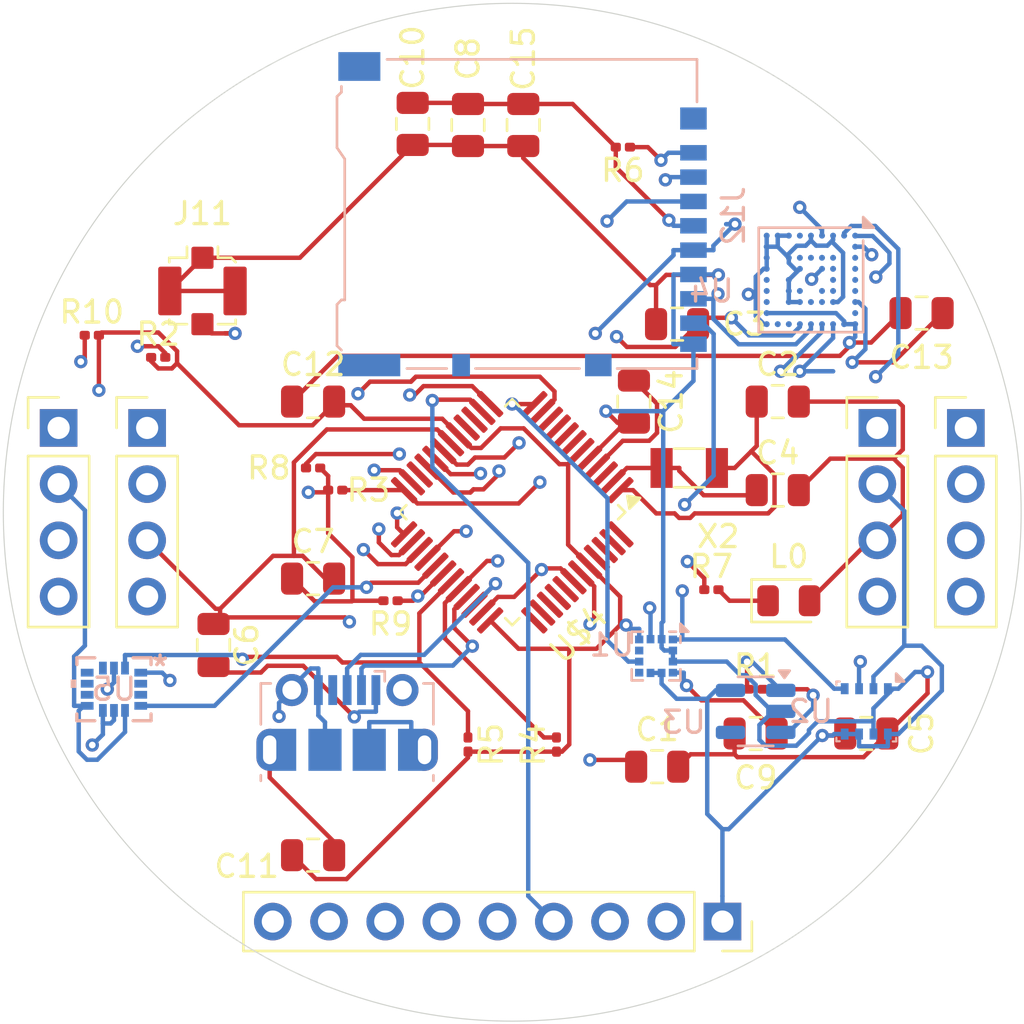
<source format=kicad_pcb>
(kicad_pcb (version 20241229) (generator "pcbnew") (generator_version "9.0")
  (layers (0 "F.Cu" signal) (4 "In1.Cu" signal) (6 "In2.Cu" signal) (2 "B.Cu" signal) (13 "F.Paste" user) (15 "B.Paste" user) (5 "F.SilkS" user "F.Silkscreen") (7 "B.SilkS" user "B.Silkscreen") (1 "F.Mask" user) (3 "B.Mask" user) (25 "Edge.Cuts" user))
  (net 0 "")
  (net 1 "Net-(U$4-VDDCORE)")
  (net 2 "GND")
  (net 3 "Net-(U$4-PA00{slash}EINT0{slash}SERCOM1.0)")
  (net 4 "Net-(U4-~{RESET})")
  (net 5 "Net-(U$4-PA01{slash}EINT1{slash}SERCOM1.1)")
  (net 6 "+3V3")
  (net 7 "VBUS")
  (net 8 "Net-(U1-C1)")
  (net 9 "Net-(U4-V_BCKP)")
  (net 10 "Net-(U4-V_CORE)")
  (net 11 "/AREF")
  (net 12 "/D-")
  (net 14 "/D+")
  (net 15 "/MISO")
  (net 16 "/D4")
  (net 17 "/SCK")
  (net 18 "/D3")
  (net 20 "/MOSI")
  (net 21 "/D8")
  (net 22 "/D10")
  (net 23 "/D12")
  (net 24 "/D2")
  (net 25 "/D11")
  (net 26 "Net-(L0-Pad1)")
  (net 27 "/EN")
  (net 28 "/D5")
  (net 29 "/SCL")
  (net 30 "/SDA")
  (net 31 "Net-(J12-DAT2)")
  (net 32 "/D13")
  (net 33 "Net-(J12-DAT1)")
  (net 34 "/D7")
  (net 35 "/A0")
  (net 36 "/A1")
  (net 37 "/D9")
  (net 38 "/D1")
  (net 39 "/SWDIO")
  (net 40 "/A2")
  (net 41 "/RX")
  (net 44 "/D6")
  (net 45 "/SWCLK")
  (net 46 "/A5")
  (net 47 "/A3")
  (net 48 "/D0")
  (net 49 "/~{RESET}")
  (net 51 "/A4")
  (net 52 "/TX")
  (net 57 "Net-(U4-GND-PadA1)")
  (net 79 "Net-(J11-In)")
  (footprint "Connector_PinHeader_2.54mm:PinHeader_1x04_P2.54mm_Vertical" (layer "F.Cu") (at 136.5 76.19)
    (property "Reference" "J9" (hide yes))
    (property "Value" "GPIO #4" (hide yes))
  )
  (footprint "Capacitor_SMD:C_0805_2012Metric" (layer "F.Cu") (at 111 95.5 180)
    (property "Reference" "C11")
    (property "Value" "0.1µF")
  )
  (footprint "Capacitor_SMD:C_0805_2012Metric" (layer "F.Cu") (at 115.5 62.45 90)
    (property "Reference" "C10")
    (property "Value" "0.1µF")
  )
  (footprint "Connector_Coaxial:U.FL_Molex_MCRF_73412-0110_Vertical" (layer "F.Cu") (at 106 70)
    (property "Reference" "J11")
    (property "Value" "Conn_Coaxial" (hide yes))
  )
  (footprint "MountingHole:MountingHole_2.2mm_M2" (layer "F.Cu") (at 106 94.5)
    (property "Reference" "J3" (hide yes))
    (property "Value" "Mounting" (hide yes))
  )
  (footprint "Capacitor_SMD:C_0805_2012Metric" (layer "F.Cu") (at 118 62.5 -90)
    (property "Reference" "C8")
    (property "Value" "10µF")
  )
  (footprint "Capacitor_SMD:C_0805_2012Metric" (layer "F.Cu") (at 136 90)
    (property "Reference" "C5")
    (property "Value" "10uF")
  )
  (footprint "Capacitor_SMD:C_0805_2012Metric" (layer "F.Cu") (at 106.5 86 90)
    (property "Reference" "C6")
    (property "Value" "10µF")
  )
  (footprint "Capacitor_SMD:C_0805_2012Metric" (layer "F.Cu") (at 138.5 71)
    (property "Reference" "C13")
    (property "Value" "1µF")
  )
  (footprint "MountingHole:MountingHole_2.2mm_M2" (layer "F.Cu") (at 132.5 94.5)
    (property "Reference" "J4" (hide yes))
    (property "Value" "Mounting" (hide yes))
  )
  (footprint "Resistor_SMD:R_0201_0603Metric" (layer "F.Cu") (at 125 63.5 180)
    (property "Reference" "R6")
    (property "Value" "10K")
  )
  (footprint "Capacitor_SMD:C_0805_2012Metric" (layer "F.Cu") (at 125.5 75 -90)
    (property "Reference" "C14")
    (property "Value" "1uF")
  )
  (footprint "Capacitor_SMD:C_0805_2012Metric" (layer "F.Cu") (at 132 75)
    (property "Reference" "C2")
    (property "Value" "22pF")
  )
  (footprint "Crystal:Crystal_SMD_3215-2Pin_3.2x1.5mm" (layer "F.Cu") (at 128 78)
    (property "Reference" "X2")
    (property "Value" "32.768")
  )
  (footprint "Resistor_SMD:R_0201_0603Metric" (layer "F.Cu") (at 112 79)
    (property "Reference" "R3")
    (property "Value" "10K")
  )
  (footprint "Connector_PinHeader_2.54mm:PinHeader_1x04_P2.54mm_Vertical" (layer "F.Cu") (at 103.5 76.19)
    (property "Reference" "J7" (hide yes))
    (property "Value" "GPIO #2" (hide yes))
  )
  (footprint "LED_SMD:LED_0805_2012Metric" (layer "F.Cu") (at 132.5 84)
    (property "Reference" "L0")
    (property "Value" "RED")
  )
  (footprint "MountingHole:MountingHole_2.2mm_M2" (layer "F.Cu") (at 132.5 64)
    (property "Reference" "J6" (hide yes))
    (property "Value" "Mounting")
  )
  (footprint "Resistor_SMD:R_0201_0603Metric" (layer "F.Cu") (at 101 72)
    (property "Reference" "R10")
    (property "Value" "10K")
  )
  (footprint "Connector_PinHeader_2.54mm:PinHeader_1x04_P2.54mm_Vertical" (layer "F.Cu") (at 99.5 76.19)
    (property "Reference" "J10" (hide yes))
    (property "Value" "GPIO #3" (hide yes))
  )
  (footprint "Package_QFP:TQFP-48_7x7mm_P0.5mm" (layer "F.Cu") (at 120 80 -135)
    (property "Reference" "U$4")
    (property "Value" "ATSAMD21G18A-A" (hide yes))
  )
  (footprint "Resistor_SMD:R_0201_0603Metric" (layer "F.Cu") (at 114.5 84 180)
    (property "Reference" "R9")
    (property "Value" "10K")
  )
  (footprint "Resistor_SMD:R_0201_0603Metric" (layer "F.Cu") (at 118 90.5 -90)
    (property "Reference" "R5")
    (property "Value" "4.7K")
  )
  (footprint "Capacitor_SMD:C_0805_2012Metric" (layer "F.Cu") (at 111 83)
    (property "Reference" "C7")
    (property "Value" "1uF")
  )
  (footprint "Capacitor_SMD:C_0805_2012Metric" (layer "F.Cu") (at 120.5 62.5 -90)
    (property "Reference" "C15")
    (property "Value" "100nF")
  )
  (footprint "Capacitor_SMD:C_0805_2012Metric" (layer "F.Cu") (at 126.55 91.5)
    (property "Reference" "C1")
    (property "Value" "1uF")
  )
  (footprint "Capacitor_SMD:C_0805_2012Metric" (layer "F.Cu") (at 131 90)
    (property "Reference" "C9")
    (property "Value" "100nF")
  )
  (footprint "Resistor_SMD:R_0201_0603Metric" (layer "F.Cu") (at 131 88)
    (property "Reference" "R1")
    (property "Value" "100k")
  )
  (footprint "Resistor_SMD:R_0201_0603Metric" (layer "F.Cu") (at 129 83.5)
    (property "Reference" "R7")
    (property "Value" "2.2K")
  )
  (footprint "Capacitor_SMD:C_0805_2012Metric" (layer "F.Cu") (at 132 79)
    (property "Reference" "C4")
    (property "Value" "22pF")
  )
  (footprint "Connector_PinSocket_2.54mm:PinSocket_1x09_P2.54mm_Vertical" (layer "F.Cu") (at 129.5 98.5 -90)
    (property "Reference" "J2" (hide yes))
    (property "Value" "Radio connector" (hide yes))
  )
  (footprint "Connector_PinHeader_2.54mm:PinHeader_1x04_P2.54mm_Vertical" (layer "F.Cu") (at 140.5 76.19)
    (property "Reference" "J8" (hide yes))
    (property "Value" "GPIO #1" (hide yes))
  )
  (footprint "Resistor_SMD:R_0201_0603Metric" (layer "F.Cu") (at 111 78)
    (property "Reference" "R8")
    (property "Value" "10K")
  )
  (footprint "Resistor_SMD:R_0201_0603Metric" (layer "F.Cu") (at 122 90.5 90)
    (property "Reference" "R4")
    (property "Value" "4.7K")
  )
  (footprint "Resistor_SMD:R_0201_0603Metric" (layer "F.Cu") (at 104 73)
    (property "Reference" "R2")
    (property "Value" "10K")
  )
  (footprint "Capacitor_SMD:C_0805_2012Metric" (layer "F.Cu") (at 127.45 71.5 180)
    (property "Reference" "C3")
    (property "Value" "100nF")
  )
  (footprint "Capacitor_SMD:C_0805_2012Metric" (layer "F.Cu") (at 111 75)
    (property "Reference" "C12")
    (property "Value" "10µF")
  )
  (footprint "MountingHole:MountingHole_2.2mm_M2" (layer "F.Cu") (at 106 64)
    (property "Reference" "J5" (hide yes))
    (property "Value" "Mounting")
  )
  (footprint "Connector_Card:microSD_HC_Hirose_DM3AT-SF-PEJM5" (layer "B.Cu") (at 120.465 66.53 90)
    (property "Reference" "J12")
    (property "Value" "Micro_SD_Card")
  )
  (footprint "RF_GPS:ublox_ZOE_M8" (layer "B.Cu") (at 133.5 69.5 180)
    (property "Reference" "U4")
    (property "Value" "ZOE-M8Q")
  )
  (footprint "Package_LGA:Bosch_LGA-8_2.5x2.5mm_P0.65mm_ClockwisePinNumbering" (layer "B.Cu") (at 136 89 180)
    (property "Reference" "U2")
    (property "Value" "BME280" (hide yes))
  )
  (footprint "Connector_USB:USB_Micro-B_Molex-105017-0001" (layer "B.Cu") (at 112.5375 89.5 180)
    (property "Reference" "J1" (hide yes))
    (property "Value" "USB_B_Micro")
  )
  (footprint "Package_LGA:LGA-12_2x2mm_P0.5mm" (layer "B.Cu") (at 126.5 86.5 180)
    (property "Reference" "U1")
    (property "Value" "LIS3MDL")
  )
  (footprint "Package_TO_SOT_SMD:SOT-23-5" (layer "B.Cu") (at 131 89 180)
    (property "Reference" "U3")
    (property "Value" "SPX3819M5-L-3-3" (hide yes))
  )
  (footprint "LSM6:LGA-14L_STM" (layer "B.Cu") (at 102 88 180)
    (property "Reference" "U5")
    (property "Value" "LSM6DSOXTR" (hide yes))
  )
  (gr_circle (center 120 80) (end 143 80) (stroke (width 0.05)) (fill no) (layer "Edge.Cuts"))
  (segment (start 123.7033 84.8706) (end 123.7033 83.3498) (width 0.2) (layer "F.Cu") (net 1))
  (segment (start 123.7033 83.3498) (end 123.1201 82.7666) (width 0.2) (layer "F.Cu") (net 1))
  (segment (start 125.2938 91.1938) (end 125.6 91.5) (width 0.2) (layer "F.Cu") (net 1))
  (segment (start 123.5112 91.1938) (end 125.2938 91.1938) (width 0.2) (layer "F.Cu") (net 1))
  (segment (start 123.5124 85.0615) (end 123.7033 84.8706) (width 0.2) (layer "F.Cu") (net 1))
  (via (at 123.5124 85.0615) (size 0.6) (drill 0.3) (layers "F.Cu" "B.Cu") (net 1))
  (via (at 123.5112 91.1938) (size 0.6) (drill 0.3) (layers "F.Cu" "B.Cu") (net 1))
  (segment (start 120.0878 83.8263) (end 121.3241 82.59) (width 0.2) (layer "F.Cu") (net 2))
  (segment (start 137.6517 77.9916) (end 137.2384 77.5783) (width 0.2) (layer "F.Cu") (net 2))
  (segment (start 125.1107 75.95) (end 123.4737 77.587) (width 0.2) (layer "F.Cu") (net 2))
  (segment (start 128.0608 90.9392) (end 127.5 91.5) (width 0.2) (layer "F.Cu") (net 2))
  (segment (start 115.5 63.4) (end 110.4 68.5) (width 0.2) (layer "F.Cu") (net 2))
  (segment (start 109.1906 81.9723) (end 106.7973 84.3656) (width 0.2) (layer "F.Cu") (net 2))
  (segment (start 137.2384 77.5783) (end 137.6517 77.165) (width 0.2) (layer "F.Cu") (net 2))
  (segment (start 111.6217 76.2585) (end 110.1333 77.7469) (width 0.2) (layer "F.Cu") (net 2))
  (segment (start 110.4 68.5) (end 106 68.5) (width 0.2) (layer "F.Cu") (net 2))
  (segment (start 106.7973 84.3656) (end 106.7973 84.7527) (width 0.2) (layer "F.Cu") (net 2))
  (segment (start 120.5 63.45) (end 118 63.45) (width 0.2) (layer "F.Cu") (net 2))
  (segment (start 124.7537 75.95) (end 124.2356 75.4319) (width 0.2) (layer "F.Cu") (net 2))
  (segment (start 119.3557 83.8263) (end 120.0878 83.8263) (width 0.2) (layer "F.Cu") (net 2))
  (segment (start 122.1849 82.5384) (end 121.3757 82.5384) (width 0.2) (layer "F.Cu") (net 2))
  (segment (start 126.2365 69.7333) (end 126.5 69.7333) (width 0.2) (layer "F.Cu") (net 2))
  (segment (start 136.95 90) (end 138.7692 88.1808) (width 0.2) (layer "F.Cu") (net 2))
  (segment (start 109.0375 90.7375) (end 109.0375 91.9892) (width 0.2) (layer "F.Cu") (net 2))
  (segment (start 106.5956 84.3656) (end 103.5 81.27) (width 0.2) (layer "F.Cu") (net 2))
  (segment (start 111.95 94.9017) (end 109.0375 91.9892) (width 0.2) (layer "F.Cu") (net 2))
  (segment (start 125.5 75.95) (end 125.3054 75.95) (width 0.2) (layer "F.Cu") (net 2))
  (segment (start 111.5564 82.9999) (end 110.5288 81.9723) (width 0.2) (layer "F.Cu") (net 2))
  (segment (start 118.6477 84.5343) (end 119.3557 83.8263) (width 0.2) (layer "F.Cu") (net 2))
  (segment (start 112.6428 84.9528) (end 112.4427 84.7527) (width 0.2) (layer "F.Cu") (net 2))
  (segment (start 137.6517 77.165) (end 137.6517 75.215) (width 0.2) (layer "F.Cu") (net 2))
  (segment (start 135.8816 91.0684) (end 136.95 90) (width 0.2) (layer "F.Cu") (net 2))
  (segment (start 110.1333 81.9723) (end 109.1906 81.9723) (width 0.2) (layer "F.Cu") (net 2))
  (segment (start 134.3717 77.5783) (end 137.2384 77.5783) (width 0.2) (layer "F.Cu") (net 2))
  (segment (start 122.7666 83.1201) (end 122.1849 82.5384) (width 0.2) (layer "F.Cu") (net 2))
  (segment (start 121.3757 82.5384) (end 121.3241 82.59) (width 0.2) (layer "F.Cu") (net 2))
  (segment (start 104.525 70) (end 107.475 70) (width 0.2) (layer "F.Cu") (net 2))
  (segment (start 112.4427 84.7527) (end 106.7973 84.7527) (width 0.2) (layer "F.Cu") (net 2))
  (segment (start 117.2334 76.8799) (end 116.612 76.2585) (width 0.2) (layer "F.Cu") (net 2))
  (segment (start 137.4367 75) (end 132.95 75) (width 0.2) (layer "F.Cu") (net 2))
  (segment (start 130.05 90) (end 130.05 90.9392) (width 0.2) (layer "F.Cu") (net 2))
  (segment (start 115.5 63.4) (end 117.95 63.4) (width 0.2) (layer "F.Cu") (net 2))
  (segment (start 111.95 95.5) (end 111.95 94.9017) (width 0.2) (layer "F.Cu") (net 2))
  (segment (start 130.05 90.9392) (end 128.0608 90.9392) (width 0.2) (layer "F.Cu") (net 2))
  (segment (start 120.5 63.9968) (end 126.2365 69.7333) (width 0.2) (layer "F.Cu") (net 2))
  (segment (start 110.1333 77.7469) (end 110.1333 81.9723) (width 0.2) (layer "F.Cu") (net 2))
  (segment (start 129.3182 69.2733) (end 126.96 69.2733) (width 0.2) (layer "F.Cu") (net 2))
  (segment (start 104.525 69.975) (end 104.525 70) (width 0.2) (layer "F.Cu") (net 2))
  (segment (start 136.1675 81.27) (end 136.5 81.27) (width 0.2) (layer "F.Cu") (net 2))
  (segment (start 130.1792 91.0684) (end 135.8816 91.0684) (width 0.2) (layer "F.Cu") (net 2))
  (segment (start 126.96 69.2733) (end 126.5 69.7333) (width 0.2) (layer "F.Cu") (net 2))
  (segment (start 111.5564 83) (end 111.5564 82.9999) (width 0.2) (layer "F.Cu") (net 2))
  (segment (start 116.612 76.2585) (end 111.6217 76.2585) (width 0.2) (layer "F.Cu") (net 2))
  (segment (start 106.7973 84.7527) (end 106.5 85.05) (width 0.2) (layer "F.Cu") (net 2))
  (segment (start 125.3054 75.95) (end 125.1107 75.95) (width 0.2) (layer "F.Cu") (net 2))
  (segment (start 126.5 69.7333) (end 126.5 71.5) (width 0.2) (layer "F.Cu") (net 2))
  (segment (start 136.5 81.27) (end 137.6517 80.1183) (width 0.2) (layer "F.Cu") (net 2))
  (segment (start 120.5 63.45) (end 120.5 63.9968) (width 0.2) (layer "F.Cu") (net 2))
  (segment (start 117.95 63.4) (end 118 63.45) (width 0.2) (layer "F.Cu") (net 2))
  (segment (start 133.4375 84) (end 136.1675 81.27) (width 0.2) (layer "F.Cu") (net 2))
  (segment (start 132.95 79) (end 134.3717 77.5783) (width 0.2) (layer "F.Cu") (net 2))
  (segment (start 137.6517 80.1183) (end 137.6517 77.9916) (width 0.2) (layer "F.Cu") (net 2))
  (segment (start 106 68.5) (end 104.525 69.975) (width 0.2) (layer "F.Cu") (net 2))
  (segment (start 110.5288 81.9723) (end 110.1333 81.9723) (width 0.2) (layer "F.Cu") (net 2))
  (segment (start 125.3054 75.95) (end 124.7537 75.95) (width 0.2) (layer "F.Cu") (net 2))
  (segment (start 130.05 90.9392) (end 130.1792 91.0684) (width 0.2) (layer "F.Cu") (net 2))
  (segment (start 106.7973 84.3656) (end 106.5956 84.3656) (width 0.2) (layer "F.Cu") (net 2))
  (segment (start 137.6517 75.215) (end 137.4367 75) (width 0.2) (layer "F.Cu") (net 2))
  (segment (start 111.95 83) (end 111.5564 83) (width 0.2) (layer "F.Cu") (net 2))
  (segment (start 138.7692 88.1808) (end 138.7692 87.2186) (width 0.2) (layer "F.Cu") (net 2))
  (via (at 124.2356 75.4319) (size 0.6) (drill 0.3) (layers "F.Cu" "B.Cu") (net 2))
  (via (at 129.3182 69.2733) (size 0.6) (drill 0.3) (layers "F.Cu" "B.Cu") (net 2))
  (via (at 121.3241 82.59) (size 0.6) (drill 0.3) (layers "F.Cu" "B.Cu") (net 2))
  (via (at 109.4618 89.2251) (size 0.6) (drill 0.3) (layers "F.Cu" "B.Cu") (net 2))
  (via (at 101.0205 90.5203) (size 0.6) (drill 0.3) (layers "F.Cu" "B.Cu") (net 2))
  (via (at 104.5296 87.6018) (size 0.6) (drill 0.3) (layers "F.Cu" "B.Cu") (net 2))
  (via (at 138.7692 87.2186) (size 0.6) (drill 0.3) (layers "F.Cu" "B.Cu") (net 2))
  (via (at 133.5297 69.4703) (size 0.6) (drill 0.3) (layers "F.Cu" "B.Cu") (net 2))
  (via (at 112.6428 84.9528) (size 0.6) (drill 0.3) (layers "F.Cu" "B.Cu") (net 2))
  (segment (start 126.75 86.1251) (end 126.8748 86.2499) (width 0.2) (layer "B.Cu") (net 2))
  (segment (start 127.2625 86.25) (end 127.1752 86.25) (width 0.2) (layer "B.Cu") (net 2))
  (segment (start 128.19 74.065) (end 126.8231 75.4319) (width 0.2) (layer "B.Cu") (net 2))
  (segment (start 131.4376 90.5523) (end 131.1727 90.2874) (width 0.2) (layer "B.Cu") (net 2))
  (segment (start 133.4107 89.9813) (end 132.8397 90.5523) (width 0.2) (layer "B.Cu") (net 2))
  (segment (start 126.8748 86.2499) (end 127.1752 86.2499) (width 0.2) (layer "B.Cu") (net 2))
  (segment (start 110.0375 88.0375) (end 109.4618 88.6132) (width 0.2) (layer "B.Cu") (net 2))
  (segment (start 111.5375 89.4858) (end 111.2375 89.1858) (width 0.2) (layer "B.Cu") (net 2))
  (segment (start 115.4375 90.7375) (end 115.4375 89.4858) (width 0.2) (layer "B.Cu") (net 2))
  (segment (start 126.75 86.025) (end 126.75 86.1251) (width 0.2) (layer "B.Cu") (net 2))
  (segment (start 131.1727 90.2874) (end 131.1727 89.6126) (width 0.2) (layer "B.Cu") (net 2))
  (segment (start 129.3182 69.2733) (end 129.2999 69.255) (width 0.2) (layer "B.Cu") (net 2))
  (segment (start 113.5375 90.7375) (end 113.5375 89.4858) (width 0.2) (layer "B.Cu") (net 2))
  (segment (start 102 89.2513) (end 102 89.3989) (width 0.2) (layer "B.Cu") (net 2))
  (segment (start 136.975 87.975) (end 137.2134 87.975) (width 0.2) (layer "B.Cu") (net 2))
  (segment (start 131 87.7965) (end 131 88.2567) (width 0.2) (layer "B.Cu") (net 2))
  (segment (start 129.2999 69.255) (end 129.0917 69.255) (width 0.2) (layer "B.Cu") (net 2))
  (segment (start 101.8526 89.5463) (end 101.5 89.5463) (width 0.2) (layer "B.Cu") (net 2))
  (segment (start 128.19 69.255) (end 129.0917 69.255) (width 0.2) (layer "B.Cu") (net 2))
  (segment (start 126.75 85.7375) (end 126.75 85.0077) (width 0.2) (layer "B.Cu") (net 2))
  (segment (start 134 69) (end 133.5297 69.4703) (width 0.2) (layer "B.Cu") (net 2))
  (segment (start 102 88.9563) (end 102 89.2513) (width 0.2) (layer "B.Cu") (net 2))
  (segment (start 127.7392 72.405) (end 127.2883 72.405) (width 0.2) (layer "B.Cu") (net 2))
  (segment (start 128.19 72.405) (end 128.19 74.065) (width 0.2) (layer "B.Cu") (net 2))
  (segment (start 128.19 69.255) (end 127.2883 69.255) (width 0.2) (layer "B.Cu") (net 2))
  (segment (start 126.75 85.0077) (end 126.8231 84.9346) (width 0.2) (layer "B.Cu") (net 2))
  (segment (start 138.2081 87.2186) (end 137.4517 87.975) (width 0.2) (layer "B.Cu") (net 2))
  (segment (start 138.7692 87.2186) (end 138.2081 87.2186) (width 0.2) (layer "B.Cu") (net 2))
  (segment (start 130.3059 87.3623) (end 130.5658 87.3623) (width 0.2) (layer "B.Cu") (net 2))
  (segment (start 131.7433 89) (end 132.1375 89) (width 0.2) (layer "B.Cu") (net 2))
  (segment (start 136.325 89.4484) (end 133.8041 89.4484) (width 0.2) (layer "B.Cu") (net 2))
  (segment (start 126.8231 84.9346) (end 126.8231 75.4319) (width 0.2) (layer "B.Cu") (net 2))
  (segment (start 110.892 87.0608) (end 111.2375 87.0608) (width 0.2) (layer "B.Cu") (net 2))
  (segment (start 101.0205 90.5203) (end 101.5 90.0408) (width 0.2) (layer "B.Cu") (net 2))
  (segment (start 136.325 89.4484) (end 136.325 90.025) (width 0.2) (layer "B.Cu") (net 2))
  (segment (start 133.5281 69.4703) (end 133.5297 69.4703) (width 0.2) (layer "B.Cu") (net 2))
  (segment (start 110.0375 88.0375) (end 110.0375 87.9153) (width 0.2) (layer "B.Cu") (net 2))
  (segment (start 127.2625 86.75) (end 127.2625 86.25) (width 0.2) (layer "B.Cu") (net 2))
  (segment (start 129.6936 86.75) (end 130.3059 87.3623) (width 0.2) (layer "B.Cu") (net 2))
  (segment (start 127.1752 86.2499) (end 127.1752 86.25) (width 0.2) (layer "B.Cu") (net 2))
  (segment (start 101.5 90.0408) (end 101.5 89.5463) (width 0.2) (layer "B.Cu") (net 2))
  (segment (start 133.8041 89.4484) (end 133.4107 89.8418) (width 0.2) (layer "B.Cu") (net 2))
  (segment (start 101.5 89.5448) (end 101.5 89.5463) (width 0.2) (layer "B.Cu") (net 2))
  (segment (start 101.5 88.9563) (end 101.5 89.4454) (width 0.2) (layer "B.Cu") (net 2))
  (segment (start 127.2883 69.255) (end 127.2883 72.405) (width 0.2) (layer "B.Cu") (net 2))
  (segment (start 110.0375 87.9153) (end 110.892 87.0608) (width 0.2) (layer "B.Cu") (net 2))
  (segment (start 133.5297 69.4703) (end 133.5281 69.4703) (width 0.2) (layer "B.Cu") (net 2))
  (segment (start 109.4618 88.6132) (end 109.4618 89.2251) (width 0.2) (layer "B.Cu") (net 2))
  (segment (start 126.8231 75.4319) (end 124.2356 75.4319) (width 0.2) (layer "B.Cu") (net 2))
  (segment (start 127.2625 86.75) (end 129.6936 86.75) (width 0.2) (layer "B.Cu") (net 2))
  (segment (start 103.2103 87.25) (end 104.1778 87.25) (width 0.2) (layer "B.Cu") (net 2))
  (segment (start 111.2375 89.1858) (end 111.2375 88.0375) (width 0.2) (layer "B.Cu") (net 2))
  (segment (start 113.5375 89.4858) (end 115.4375 89.4858) (width 0.2) (layer "B.Cu") (net 2))
  (segment (start 127.7392 72.405) (end 128.19 72.405) (width 0.2) (layer "B.Cu") (net 2))
  (segment (start 111.5375 90.7375) (end 111.5375 89.4858) (width 0.2) (layer "B.Cu") (net 2))
  (segment (start 131 88.2567) (end 131.7433 89) (width 0.2) (layer "B.Cu") (net 2))
  (segment (start 111.2375 88.0375) (end 111.2375 87.0608) (width 0.2) (layer "B.Cu") (net 2))
  (segment (start 131.7853 89) (end 132.1375 89) (width 0.2) (layer "B.Cu") (net 2))
  (segment (start 130.5658 87.3623) (end 131 87.7965) (width 0.2) (layer "B.Cu") (net 2))
  (segment (start 101.5 89.4454) (end 101.5 89.5448) (width 0.2) (layer "B.Cu") (net 2))
  (segment (start 115.4375 90.7375) (end 116.0375 90.7375) (width 0.2) (layer "B.Cu") (net 2))
  (segment (start 136.325 88.8634) (end 136.325 89.4484) (width 0.2) (layer "B.Cu") (net 2))
  (segment (start 102 89.3989) (end 101.8526 89.5463) (width 0.2) (layer "B.Cu") (net 2))
  (segment (start 137.2134 87.975) (end 136.325 88.8634) (width 0.2) (layer "B.Cu") (net 2))
  (segment (start 132.8397 90.5523) (end 131.4376 90.5523) (width 0.2) (layer "B.Cu") (net 2))
  (segment (start 137.2134 87.975) (end 137.4517 87.975) (width 0.2) (layer "B.Cu") (net 2))
  (segment (start 131.1727 89.6126) (end 131.7853 89) (width 0.2) (layer "B.Cu") (net 2))
  (segment (start 104.1778 87.25) (end 104.5296 87.6018) (width 0.2) (layer "B.Cu") (net 2))
  (segment (start 133.4107 89.8418) (end 133.4107 89.9813) (width 0.2) (layer "B.Cu") (net 2))
  (segment (start 109.6375 90.7375) (end 109.0375 90.7375) (width 0.2) (layer "B.Cu") (net 2))
  (segment (start 126.75 85.7375) (end 126.75 86.025) (width 0.2) (layer "B.Cu") (net 2))
  (segment (start 125.4561 79.0013) (end 126.5078 80.053) (width 0.2) (layer "F.Cu") (net 3))
  (segment (start 127.3398 80.053) (end 127.5436 80.2568) (width 0.2) (layer "F.Cu") (net 3))
  (segment (start 131.8545 78.2955) (end 130.8054 77.2463) (width 0.2) (layer "F.Cu") (net 3))
  (segment (start 131.05 77.0017) (end 130.8054 77.2463) (width 0.2) (layer "F.Cu") (net 3))
  (segment (start 124.8879 79.0012) (end 124.888 79.0013) (width 0.2) (layer "F.Cu") (net 3))
  (segment (start 131.5647 80.053) (end 131.8545 79.7632) (width 0.2) (layer "F.Cu") (net 3))
  (segment (start 127.5436 80.2568) (end 128.0419 80.2568) (width 0.2) (layer "F.Cu") (net 3))
  (segment (start 128.2457 80.053) (end 131.5647 80.053) (width 0.2) (layer "F.Cu") (net 3))
  (segment (start 124.888 79.0013) (end 125.4561 79.0013) (width 0.2) (layer "F.Cu") (net 3))
  (segment (start 130.8054 77.2463) (end 130.0517 78) (width 0.2) (layer "F.Cu") (net 3))
  (segment (start 126.5078 80.053) (end 127.3398 80.053) (width 0.2) (layer "F.Cu") (net 3))
  (segment (start 129.25 78) (end 130.0517 78) (width 0.2) (layer "F.Cu") (net 3))
  (segment (start 131.8545 79.7632) (end 131.8545 78.2955) (width 0.2) (layer "F.Cu") (net 3))
  (segment (start 131.05 75) (end 131.05 77.0017) (width 0.2) (layer "F.Cu") (net 3))
  (segment (start 128.0419 80.2568) (end 128.2457 80.053) (width 0.2) (layer "F.Cu") (net 3))
  (segment (start 104.32 73) (end 104.32 72.809) (width 0.2) (layer "F.Cu") (net 4))
  (segment (start 104.32 72.809) (end 104.0089 72.4979) (width 0.2) (layer "F.Cu") (net 4))
  (segment (start 128.4 71.5) (end 127.3703 72.5297) (width 0.2) (layer "F.Cu") (net 4))
  (segment (start 127.3703 72.5297) (end 125.1806 72.5297) (width 0.2) (layer "F.Cu") (net 4))
  (segment (start 129.9037 71.2123) (end 128.6877 71.2123) (width 0.2) (layer "F.Cu") (net 4))
  (segment (start 104.0089 72.4979) (end 103.0634 72.4979) (width 0.2) (layer "F.Cu") (net 4))
  (segment (start 103.0634 72.4979) (end 103.0613 72.5) (width 0.2) (layer "F.Cu") (net 4))
  (segment (start 128.6877 71.2123) (end 128.4 71.5) (width 0.2) (layer "F.Cu") (net 4))
  (segment (start 125.1806 72.5297) (end 124.7137 72.0628) (width 0.2) (layer "F.Cu") (net 4))
  (via (at 124.7137 72.0628) (size 0.6) (drill 0.3) (layers "F.Cu" "B.Cu") (net 4))
  (via (at 103.0613 72.5) (size 0.6) (drill 0.3) (layers "F.Cu" "B.Cu") (net 4))
  (via (at 129.9037 71.2123) (size 0.6) (drill 0.3) (layers "F.Cu" "B.Cu") (net 4))
  (segment (start 132.6103 72.0074) (end 130.6988 72.0074) (width 0.2) (layer "B.Cu") (net 4))
  (segment (start 133 71.6177) (end 132.6103 72.0074) (width 0.2) (layer "B.Cu") (net 4))
  (segment (start 130.6988 72.0074) (end 129.9037 71.2123) (width 0.2) (layer "B.Cu") (net 4))
  (segment (start 133 71.5) (end 133 71.6177) (width 0.2) (layer "B.Cu") (net 4))
  (segment (start 127.5517 78.13) (end 128.6551 79.2334) (width 0.2) (layer "F.Cu") (net 5))
  (segment (start 128.6551 79.2334) (end 130.8166 79.2334) (width 0.2) (layer "F.Cu") (net 5))
  (segment (start 130.8166 79.2334) (end 131.05 79) (width 0.2) (layer "F.Cu") (net 5))
  (segment (start 124.5343 78.6477) (end 125.182 78) (width 0.2) (layer "F.Cu") (net 5))
  (segment (start 126.75 78) (end 127.5517 78) (width 0.2) (layer "F.Cu") (net 5))
  (segment (start 127.5517 78) (end 127.5517 78.13) (width 0.2) (layer "F.Cu") (net 5))
  (segment (start 125.182 78) (end 126.75 78) (width 0.2) (layer "F.Cu") (net 5))
  (segment (start 101.32 72) (end 101.32 74.4887) (width 0.2) (layer "F.Cu") (net 6))
  (segment (start 125.1433 85.0993) (end 124.8769 85.0993) (width 0.2) (layer "F.Cu") (net 6))
  (segment (start 107.6553 76.0698) (end 104.8521 73.2666) (width 0.2) (layer "F.Cu") (net 6))
  (segment (start 123.8059 86.1703) (end 122.578 86.1703) (width 0.2) (layer "F.Cu") (net 6))
  (segment (start 111.68 79.0996) (end 111.68 80.9442) (width 0.2) (layer "F.Cu") (net 6))
  (segment (start 124.8769 83.8162) (end 123.4737 82.413) (width 0.2) (layer "F.Cu") (net 6))
  (segment (start 104.0095 71.8784) (end 101.4416 71.8784) (width 0.2) (layer "F.Cu") (net 6))
  (segment (start 134.9591 90.0909) (end 135.05 90) (width 0.2) (layer "F.Cu") (net 6))
  (segment (start 122.73 61.55) (end 124.68 63.5) (width 0.2) (layer "F.Cu") (net 6))
  (segment (start 112.6953 75.1637) (end 113.3064 75.7748) (width 0.2) (layer "F.Cu") (net 6))
  (segment (start 110.9732 76.0698) (end 107.6553 76.0698) (width 0.2) (layer "F.Cu") (net 6))
  (segment (start 123.4737 82.413) (end 122.5257 81.465) (width 0.2) (layer "F.Cu") (net 6))
  (segment (start 122.5257 81.465) (end 122.5257 77.8278) (width 0.2) (layer "F.Cu") (net 6))
  (segment (start 101.4416 71.8784) (end 101.32 72) (width 0.2) (layer "F.Cu") (net 6))
  (segment (start 112.5133 96.5787) (end 111.1287 96.5787) (width 0.2) (layer "F.Cu") (net 6))
  (segment (start 120.5171 76.2106) (end 122.1343 77.8278) (width 0.2) (layer "F.Cu") (net 6))
  (segment (start 122.1343 77.8278) (end 122.5257 77.8278) (width 0.2) (layer "F.Cu") (net 6))
  (segment (start 111.95 75) (end 112.1137 75.1637) (width 0.2) (layer "F.Cu") (net 6))
  (segment (start 117.587 76.5263) (end 118.1561 77.0954) (width 0.2) (layer "F.Cu") (net 6))
  (segment (start 111.68 79.0996) (end 110.7844 79.0996) (width 0.2) (layer "F.Cu") (net 6))
  (segment (start 104.0074 73.5021) (end 104.6166 73.5021) (width 0.2) (layer "F.Cu") (net 6))
  (segment (start 116.8355 75.7748) (end 117.587 76.5263) (width 0.2) (layer "F.Cu") (net 6))
  (segment (start 111.8793 75.1637) (end 110.9732 76.0698) (width 0.2) (layer "F.Cu") (net 6))
  (segment (start 104.6166 73.5021) (end 104.8521 73.2666) (width 0.2) (layer "F.Cu") (net 6))
  (segment (start 111.68 78.3599) (end 111.68 79) (width 0.2) (layer "F.Cu") (net 6))
  (segment (start 114.18 84) (end 112.7771 84) (width 0.2) (layer "F.Cu") (net 6))
  (segment (start 124.8769 85.0993) (end 123.8059 86.1703) (width 0.2) (layer "F.Cu") (net 6))
  (segment (start 134.0124 90.0909) (end 134.9591 90.0909) (width 0.2) (layer "F.Cu") (net 6))
  (segment (start 103.68 73.1747) (end 104.0074 73.5021) (width 0.2) (layer "F.Cu") (net 6))
  (segment (start 117.95 61.5) (end 118 61.55) (width 0.2) (layer "F.Cu") (net 6))
  (segment (start 104.8521 73.2666) (end 104.8521 72.721) (width 0.2) (layer "F.Cu") (net 6))
  (segment (start 124.68 63.5) (end 124.68 64.4) (width 0.2) (layer "F.Cu") (net 6))
  (segment (start 111.1287 96.5787) (end 110.05 95.5) (width 0.2) (layer "F.Cu") (net 6))
  (segment (start 118 90.82) (end 122 90.82) (width 0.2) (layer "F.Cu") (net 6))
  (segment (start 119.4756 76.2106) (end 120.5171 76.2106) (width 0.2) (layer "F.Cu") (net 6))
  (segment (start 124.68 64.4) (end 127.0816 66.8016) (width 0.2) (layer "F.Cu") (net 6))
  (segment (start 122 90.82) (end 122.2495 90.82) (width 0.2) (layer "F.Cu") (net 6))
  (segment (start 111.68 79.0996) (end 111.68 79) (width 0.2) (layer "F.Cu") (net 6))
  (segment (start 122.578 86.1703) (end 120.2836 86.1703) (width 0.2) (layer "F.Cu") (net 6))
  (segment (start 112.1137 75.1637) (end 112.6953 75.1637) (width 0.2) (layer "F.Cu") (net 6))
  (segment (start 120.5 61.55) (end 122.73 61.55) (width 0.2) (layer "F.Cu") (net 6))
  (segment (start 122.578 90.4915) (end 122.578 86.1703) (width 0.2) (layer "F.Cu") (net 6))
  (segment (start 111.68 80.9442) (end 112.7771 82.0413) (width 0.2) (layer "F.Cu") (net 6))
  (segment (start 118 90.82) (end 118 91.092) (width 0.2) (layer "F.Cu") (net 6))
  (segment (start 112.7771 82.0413) (end 112.7771 84) (width 0.2) (layer "F.Cu") (net 6))
  (segment (start 111.6799 78.3599) (end 111.68 78.3599) (width 0.2) (layer "F.Cu") (net 6))
  (segment (start 104.8521 72.721) (end 104.0095 71.8784) (width 0.2) (layer "F.Cu") (net 6))
  (segment (start 112.7771 84) (end 112.7494 84.0277) (width 0.2) (layer "F.Cu") (net 6))
  (segment (start 118 61.55) (end 120.5 61.55) (width 0.2) (layer "F.Cu") (net 6))
  (segment (start 111.32 78) (end 111.6799 78.3599) (width 0.2) (layer "F.Cu") (net 6))
  (segment (start 122.5257 77.8278) (end 123.1201 77.2334) (width 0.2) (layer "F.Cu") (net 6))
  (segment (start 111.0777 84.0277) (end 110.05 83) (width 0.2) (layer "F.Cu") (net 6))
  (segment (start 112.7494 84.0277) (end 111.0777 84.0277) (width 0.2) (layer "F.Cu") (net 6))
  (segment (start 122.2495 90.82) (end 122.578 90.4915) (width 0.2) (layer "F.Cu") (net 6))
  (segment (start 113.3064 75.7748) (end 116.8355 75.7748) (width 0.2) (layer "F.Cu") (net 6))
  (segment (start 120.2836 86.1703) (end 119.0012 84.8879) (width 0.2) (layer "F.Cu") (net 6))
  (segment (start 115.5 61.5) (end 117.95 61.5) (width 0.2) (layer "F.Cu") (net 6))
  (segment (start 118.5908 77.0954) (end 119.4756 76.2106) (width 0.2) (layer "F.Cu") (net 6))
  (segment (start 124.8769 85.0993) (end 124.8769 83.8162) (width 0.2) (layer "F.Cu") (net 6))
  (segment (start 103.68 73) (end 103.68 73.1747) (width 0.2) (layer "F.Cu") (net 6))
  (segment (start 118.1561 77.0954) (end 118.5908 77.0954) (width 0.2) (layer "F.Cu") (net 6))
  (segment (start 118 91.092) (end 112.5133 96.5787) (width 0.2) (layer "F.Cu") (net 6))
  (segment (start 112.6953 75.1637) (end 111.8793 75.1637) (width 0.2) (layer "F.Cu") (net 6))
  (via (at 127.0816 66.8016) (size 0.6) (drill 0.3) (layers "F.Cu" "B.Cu") (net 6))
  (via (at 110.7844 79.0996) (size 0.6) (drill 0.3) (layers "F.Cu" "B.Cu") (net 6))
  (via (at 134.0124 90.0909) (size 0.6) (drill 0.3) (layers "F.Cu" "B.Cu") (net 6))
  (via (at 125.1433 85.0993) (size 0.6) (drill 0.3) (layers "F.Cu" "B.Cu") (net 6))
  (via (at 101.32 74.4887) (size 0.6) (drill 0.3) (layers "F.Cu" "B.Cu") (net 6))
  (segment (start 102.5 89.9341) (end 102.5 88.9563) (width 0.2) (layer "B.Cu") (net 6))
  (segment (start 129.7806 94.3227) (end 134.0124 90.0909) (width 0.2) (layer "B.Cu") (net 6))
  (segment (start 136.975 90.025) (end 137.4517 90.025) (width 0.2) (layer "B.Cu") (net 6))
  (segment (start 139.4156 86.9464) (end 138.5014 86.0322) (width 0.2) (layer "B.Cu") (net 6))
  (segment (start 135.675 90.025) (end 135.675 90.5767) (width 0.2) (layer "B.Cu") (net 6))
  (segment (start 136.325 87.975) (end 136.325 87.4233) (width 0.2) (layer "B.Cu") (net 6))
  (segment (start 139.4156 88.0611) (end 139.4156 86.9464) (width 0.2) (layer "B.Cu") (net 6))
  (segment (start 126.25 87.2625) (end 126.75 87.2625) (width 0.2) (layer "B.Cu") (net 6))
  (segment (start 129.8625 88.05) (end 129.1943 88.05) (width 0.2) (layer "B.Cu") (net 6))
  (segment (start 125.3173 85.2733) (end 125.1433 85.0993) (width 0.2) (layer "B.Cu") (net 6))
  (segment (start 127.4301 88.4318) (end 128.8125 88.4318) (width 0.2) (layer "B.Cu") (net 6))
  (segment (start 128.8125 93.6352) (end 128.8125 88.4318) (width 0.2) (layer "B.Cu") (net 6))
  (segment (start 136.975 90.025) (end 136.975 90.5767) (width 0.2) (layer "B.Cu") (net 6))
  (segment (start 125.7375 85.2733) (end 125.3173 85.2733) (width 0.2) (layer "B.Cu") (net 6))
  (segment (start 100.7813 91.1857) (end 101.2484 91.1857) (width 0.2) (layer "B.Cu") (net 6))
  (segment (start 100.6307 88.75) (end 100.1997 88.75) (width 0.2) (layer "B.Cu") (net 6))
  (segment (start 129.5 94.3227) (end 129.5 97.3483) (width 0.2) (layer "B.Cu") (net 6))
  (segment (start 138.5014 86.0322) (end 137.7161 86.0322) (width 0.2) (layer "B.Cu") (net 6))
  (segment (start 100.4075 88.9732) (end 100.4075 90.8119) (width 0.2) (layer "B.Cu") (net 6))
  (segment (start 137.7161 79.9461) (end 136.5 78.73) (width 0.2) (layer "B.Cu") (net 6))
  (segment (start 100.1997 88.75) (end 100.1997 86.5178) (width 0.2) (layer "B.Cu") (net 6))
  (segment (start 100.1997 86.5178) (end 100.6876 86.0299) (width 0.2) (layer "B.Cu") (net 6))
  (segment (start 135.675 90.5767) (end 136.975 90.5767) (width 0.2) (layer "B.Cu") (net 6))
  (segment (start 136.325 87.4233) (end 137.7161 86.0322) (width 0.2) (layer "B.Cu") (net 6))
  (segment (start 100.4075 90.8119) (end 100.7813 91.1857) (width 0.2) (layer "B.Cu") (net 6))
  (segment (start 129.5 98.5) (end 129.5 97.3483) (width 0.2) (layer "B.Cu") (net 6))
  (segment (start 100.6876 79.9176) (end 99.5 78.73) (width 0.2) (layer "B.Cu") (net 6))
  (segment (start 135.025 90.025) (end 134.5483 90.025) (width 0.2) (layer "B.Cu") (net 6))
  (segment (start 129.5 94.3227) (end 128.8125 93.6352) (width 0.2) (layer "B.Cu") (net 6))
  (segment (start 127.2883 67.0083) (end 127.2883 67.055) (width 0.2) (layer "B.Cu") (net 6))
  (segment (start 125.7375 85.75) (end 125.7375 85.2733) (width 0.2) (layer "B.Cu") (net 6))
  (segment (start 100.6307 88.75) (end 100.4075 88.9732) (width 0.2) (layer "B.Cu") (net 6))
  (segment (start 134.5483 90.025) (end 134.4824 90.0909) (width 0.2) (layer "B.Cu") (net 6))
  (segment (start 127.0816 66.8016) (end 127.2883 67.0083) (width 0.2) (layer "B.Cu") (net 6))
  (segment (start 129.5 94.3227) (end 129.7806 94.3227) (width 0.2) (layer "B.Cu") (net 6))
  (segment (start 100.7897 88.75) (end 100.6307 88.75) (width 0.2) (layer "B.Cu") (net 6))
  (segment (start 126.75 87.2625) (end 126.75 87.7517) (width 0.2) (layer "B.Cu") (net 6))
  (segment (start 135.025 90.025) (end 135.675 90.025) (width 0.2) (layer "B.Cu") (net 6))
  (segment (start 100.6876 86.0299) (end 100.6876 79.9176) (width 0.2) (layer "B.Cu") (net 6))
  (segment (start 129.1943 88.05) (end 128.8125 88.4318) (width 0.2) (layer "B.Cu") (net 6))
  (segment (start 137.7161 86.0322) (end 137.7161 79.9461) (width 0.2) (layer "B.Cu") (net 6))
  (segment (start 128.19 67.055) (end 127.2883 67.055) (width 0.2) (layer "B.Cu") (net 6))
  (segment (start 126.75 87.7517) (end 127.4301 88.4318) (width 0.2) (layer "B.Cu") (net 6))
  (segment (start 101.2484 91.1857) (end 102.5 89.9341) (width 0.2) (layer "B.Cu") (net 6))
  (segment (start 134.4824 90.0909) (end 134.0124 90.0909) (width 0.2) (layer "B.Cu") (net 6))
  (segment (start 137.4517 90.025) (end 139.4156 88.0611) (width 0.2) (layer "B.Cu") (net 6))
  (segment (start 108.6427 87.2439) (end 108.9471 86.9395) (width 0.2) (layer "F.Cu") (net 7))
  (segment (start 106.7939 87.2439) (end 108.6427 87.2439) (width 0.2) (layer "F.Cu") (net 7))
  (segment (start 106.5 86.95) (end 106.7939 87.2439) (width 0.2) (layer "F.Cu") (net 7))
  (segment (start 108.9471 86.9395) (end 110.552 86.9395) (width 0.2) (layer "F.Cu") (net 7))
  (segment (start 130.6142 87.9342) (end 130.6142 86.7605) (width 0.2) (layer "F.Cu") (net 7))
  (segment (start 110.552 86.9395) (end 112.8625 89.25) (width 0.2) (layer "F.Cu") (net 7))
  (segment (start 130.68 88) (end 130.6142 87.9342) (width 0.2) (layer "F.Cu") (net 7))
  (via (at 112.8625 89.25) (size 0.6) (drill 0.3) (layers "F.Cu" "B.Cu") (net 7))
  (via (at 130.6142 86.7605) (size 0.6) (drill 0.3) (layers "F.Cu" "B.Cu") (net 7))
  (segment (start 130.848 86.7605) (end 130.6142 86.7605) (width 0.2) (layer "B.Cu") (net 7))
  (segment (start 113.8375 88.0375) (end 113.8375 89.0142) (width 0.2) (layer "B.Cu") (net 7))
  (segment (start 112.8625 89.25) (end 113.0983 89.0142) (width 0.2) (layer "B.Cu") (net 7))
  (segment (start 113.0983 89.0142) (end 113.8375 89.0142) (width 0.2) (layer "B.Cu") (net 7))
  (segment (start 132.1375 88.05) (end 130.848 86.7605) (width 0.2) (layer "B.Cu") (net 7))
  (segment (start 130.4521 88.5021) (end 128.548 88.5021) (width 0.2) (layer "F.Cu") (net 8))
  (segment (start 131.95 90) (end 130.4521 88.5021) (width 0.2) (layer "F.Cu") (net 8))
  (segment (start 128.548 88.5021) (end 127.876 87.8301) (width 0.2) (layer "F.Cu") (net 8))
  (via (at 127.876 87.8301) (size 0.6) (drill 0.3) (layers "F.Cu" "B.Cu") (net 8))
  (segment (start 127.7517 87.25) (end 127.7517 87.7058) (width 0.2) (layer "B.Cu") (net 8))
  (segment (start 127.2625 87.25) (end 127.7517 87.25) (width 0.2) (layer "B.Cu") (net 8))
  (segment (start 127.7517 87.7058) (end 127.876 87.8301) (width 0.2) (layer "B.Cu") (net 8))
  (segment (start 135.3413 72.3305) (end 135.2413 72.3305) (width 0.2) (layer "F.Cu") (net 9))
  (segment (start 135.4413 72.3305) (end 135.2413 72.3305) (width 0.2) (layer "F.Cu") (net 9))
  (segment (start 137.55 71) (end 136.2195 72.3305) (width 0.2) (layer "F.Cu") (net 9))
  (segment (start 136.2195 72.3305) (end 135.4767 72.3305) (width 0.2) (layer "F.Cu") (net 9))
  (segment (start 112.1166 72.9334) (end 110.05 75) (width 0.2) (layer "F.Cu") (net 9))
  (segment (start 135.4767 72.3305) (end 135.4413 72.3305) (width 0.2) (layer "F.Cu") (net 9))
  (segment (start 135.4767 72.3305) (end 135.4098 72.3305) (width 0.2) (layer "F.Cu") (net 9))
  (segment (start 134.8069 72.9334) (end 112.1166 72.9334) (width 0.2) (layer "F.Cu") (net 9))
  (segment (start 135.2413 72.3305) (end 135.3413 72.3305) (width 0.2) (layer "F.Cu") (net 9))
  (segment (start 135.4098 72.3305) (end 134.8069 72.9334) (width 0.2) (layer "F.Cu") (net 9))
  (via (at 135.2413 72.3305) (size 0.6) (drill 0.3) (layers "F.Cu" "B.Cu") (net 9))
  (segment (start 135.3413 72.3305) (end 135.2413 72.3305) (width 0.2) (layer "B.Cu") (net 9))
  (segment (start 135.2413 72.3305) (end 135.3413 72.3305) (width 0.2) (layer "B.Cu") (net 9))
  (segment (start 135 71.5) (end 135.5 71.5) (width 0.2) (layer "B.Cu") (net 9))
  (segment (start 135 71.5) (end 135 71.3667) (width 0.2) (layer "B.Cu") (net 9))
  (segment (start 135.5 72.0718) (end 135.2413 72.3305) (width 0.2) (layer "B.Cu") (net 9))
  (segment (start 134.6333 71) (end 131.5 71) (width 0.2) (layer "B.Cu") (net 9))
  (segment (start 135 71.3667) (end 134.6333 71) (width 0.2) (layer "B.Cu") (net 9))
  (segment (start 135.5 71.5) (end 135.5 72.0718) (width 0.2) (layer "B.Cu") (net 9))
  (segment (start 139.45 71) (end 137.2238 73.2262) (width 0.2) (layer "F.Cu") (net 10))
  (segment (start 135.4572 73.1339) (end 135.3649 73.2262) (width 0.2) (layer "F.Cu") (net 10))
  (segment (start 137.2238 73.2262) (end 135.3649 73.2262) (width 0.2) (layer "F.Cu") (net 10))
  (segment (start 135.3649 73.2262) (end 135.4572 73.1339) (width 0.2) (layer "F.Cu") (net 10))
  (via (at 135.3649 73.2262) (size 0.6) (drill 0.3) (layers "F.Cu" "B.Cu") (net 10))
  (segment (start 135.5 70.5) (end 135.6538 70.5) (width 0.2) (layer "B.Cu") (net 10))
  (segment (start 135.4572 73.1339) (end 135.3649 73.2262) (width 0.2) (layer "B.Cu") (net 10))
  (segment (start 135.3649 73.2262) (end 135.4572 73.1339) (width 0.2) (layer "B.Cu") (net 10))
  (segment (start 135.9608 72.6303) (end 135.3649 73.2262) (width 0.2) (layer "B.Cu") (net 10))
  (segment (start 135.9608 70.807) (end 135.9608 72.6303) (width 0.2) (layer "B.Cu") (net 10))
  (segment (start 135.6538 70.5) (end 135.9608 70.807) (width 0.2) (layer "B.Cu") (net 10))
  (segment (start 126.5437 76.4128) (end 126.1848 76.7717) (width 0.2) (layer "F.Cu") (net 11))
  (segment (start 125.5 74.05) (end 126.5437 75.0937) (width 0.2) (layer "F.Cu") (net 11))
  (segment (start 124.9961 76.7717) (end 123.8272 77.9406) (width 0.2) (layer "F.Cu") (net 11))
  (segment (start 126.5437 75.0937) (end 126.5437 76.4128) (width 0.2) (layer "F.Cu") (net 11))
  (segment (start 126.1848 76.7717) (end 124.9961 76.7717) (width 0.2) (layer "F.Cu") (net 11))
  (segment (start 118.198 86.0518) (end 117.3839 85.2377) (width 0.2) (layer "F.Cu") (net 12))
  (segment (start 117.3839 85.2377) (end 117.3839 84.3839) (width 0.2) (layer "F.Cu") (net 12))
  (segment (start 117.3839 84.3839) (end 117.9406 83.8272) (width 0.2) (layer "F.Cu") (net 12))
  (via (at 118.198 86.0518) (size 0.6) (drill 0.3) (layers "F.Cu" "B.Cu") (net 12))
  (segment (start 113.1875 88.0375) (end 113.1875 87.0608) (width 0.2) (layer "B.Cu") (net 12))
  (segment (start 113.1875 87.0608) (end 113.3182 86.9301) (width 0.2) (layer "B.Cu") (net 12))
  (segment (start 117.3197 86.9301) (end 118.198 86.0518) (width 0.2) (layer "B.Cu") (net 12))
  (segment (start 113.3182 86.9301) (end 117.3197 86.9301) (width 0.2) (layer "B.Cu") (net 12))
  (segment (start 118.2941 84.1808) (end 119.2439 83.231) (width 0.2) (layer "F.Cu") (net 14))
  (segment (start 119.2439 83.231) (end 119.2439 83.2246) (width 0.2) (layer "F.Cu") (net 14))
  (via (at 119.2439 83.2246) (size 0.6) (drill 0.3) (layers "F.Cu" "B.Cu") (net 14))
  (segment (start 116.0225 86.446) (end 113.1523 86.446) (width 0.2) (layer "B.Cu") (net 14))
  (segment (start 113.1523 86.446) (end 112.5375 87.0608) (width 0.2) (layer "B.Cu") (net 14))
  (segment (start 119.2439 83.2246) (end 116.0225 86.446) (width 0.2) (layer "B.Cu") (net 14))
  (segment (start 112.5375 88.0375) (end 112.5375 87.0608) (width 0.2) (layer "B.Cu") (net 14))
  (segment (start 118.1066 79.1074) (end 117.3396 79.1074) (width 0.2) (layer "F.Cu") (net 15))
  (segment (start 118.2482 78.9658) (end 118.6996 78.9658) (width 0.2) (layer "F.Cu") (net 15))
  (segment (start 119.4009 78.2645) (end 119.4009 78.1365) (width 0.2) (layer "F.Cu") (net 15))
  (segment (start 118.2482 78.9658) (end 118.1066 79.1074) (width 0.2) (layer "F.Cu") (net 15))
  (segment (start 118.2482 78.9658) (end 118.1066 79.1074) (width 0.2) (layer "F.Cu") (net 15))
  (segment (start 118.6996 78.9658) (end 119.4009 78.2645) (width 0.2) (layer "F.Cu") (net 15))
  (segment (start 117.3396 79.1074) (end 116.1728 77.9406) (width 0.2) (layer "F.Cu") (net 15))
  (via (at 119.4009 78.1365) (size 0.6) (drill 0.3) (layers "F.Cu" "B.Cu") (net 15))
  (via (at 129.3005 70.1333) (size 0.6) (drill 0.3) (layers "F.Cu" "B.Cu") (net 15))
  (segment (start 129.3005 70.1333) (end 129.2989 70.1333) (width 0.2) (layer "B.Cu") (net 15))
  (segment (start 133.5 71.7267) (end 132.8176 72.4091) (width 0.2) (layer "B.Cu") (net 15))
  (segment (start 129.2989 70.1333) (end 129.3005 70.1333) (width 0.2) (layer "B.Cu") (net 15))
  (segment (start 132.8176 72.4091) (end 130.2367 72.4091) (width 0.2) (layer "B.Cu") (net 15))
  (segment (start 129.0917 71.2641) (end 129.0917 70.355) (width 0.2) (layer "B.Cu") (net 15))
  (segment (start 130.2367 72.4091) (end 129.0917 71.2641) (width 0.2) (layer "B.Cu") (net 15))
  (segment (start 129.3005 70.1333) (end 129.0917 70.3421) (width 0.2) (layer "B.Cu") (net 15))
  (segment (start 129.0917 70.3421) (end 129.0917 70.355) (width 0.2) (layer "B.Cu") (net 15))
  (segment (start 133.5 71.5) (end 133.5 71.7267) (width 0.2) (layer "B.Cu") (net 15))
  (segment (start 128.19 70.355) (end 129.0917 70.355) (width 0.2) (layer "B.Cu") (net 15))
  (segment (start 115.9896 74.3) (end 115.588 74.7016) (width 0.2) (layer "F.Cu") (net 16))
  (segment (start 118.1891 74.3) (end 115.9896 74.3) (width 0.2) (layer "F.Cu") (net 16))
  (segment (start 115.588 74.7016) (end 115.3679 74.7016) (width 0.2) (layer "F.Cu") (net 16))
  (segment (start 119.0012 75.1121) (end 118.1891 74.3) (width 0.2) (layer "F.Cu") (net 16))
  (via (at 115.3679 74.7016) (size 0.6) (drill 0.3) (layers "F.Cu" "B.Cu") (net 16))
  (segment (start 117.218 78.2787) (end 116.5263 77.587) (width 0.2) (layer "F.Cu") (net 17))
  (segment (start 118.5354 78.2787) (end 117.218 78.2787) (width 0.2) (layer "F.Cu") (net 17))
  (segment (start 118.5664 78.2477) (end 118.5354 78.2787) (width 0.2) (layer "F.Cu") (net 17))
  (via (at 136.2471 68.3619) (size 0.6) (drill 0.3) (layers "F.Cu" "B.Cu") (net 17))
  (via (at 118.5664 78.2477) (size 0.6) (drill 0.3) (layers "F.Cu" "B.Cu") (net 17))
  (via (at 123.7552 71.9189) (size 0.6) (drill 0.3) (layers "F.Cu" "B.Cu") (net 17))
  (via (at 130.067 66.98) (size 0.6) (drill 0.3) (layers "F.Cu" "B.Cu") (net 17))
  (segment (start 128.19 68.155) (end 129.0917 68.155) (width 0.2) (layer "B.Cu") (net 17))
  (segment (start 129.0917 67.9553) (end 129.0917 68.155) (width 0.2) (layer "B.Cu") (net 17))
  (segment (start 136.247 68.362) (end 136.2471 68.3619) (width 0.2) (layer "B.Cu") (net 17))
  (segment (start 135.5 68) (end 135.8852 68) (width 0.2) (layer "B.Cu") (net 17))
  (segment (start 123.7552 71.9189) (end 123.8848 71.7893) (width 0.2) (layer "B.Cu") (net 17))
  (segment (start 130.067 66.98) (end 129.0917 67.9553) (width 0.2) (layer "B.Cu") (net 17))
  (segment (start 136.2471 68.3619) (end 136.1566 68.2714) (width 0.2) (layer "B.Cu") (net 17))
  (segment (start 128.19 68.155) (end 127.2883 68.155) (width 0.2) (layer "B.Cu") (net 17))
  (segment (start 136.1566 68.2714) (end 136.2471 68.3619) (width 0.2) (layer "B.Cu") (net 17))
  (segment (start 129.6691 66.98) (end 130.067 66.98) (width 0.2) (layer "B.Cu") (net 17))
  (segment (start 136.2471 68.3619) (end 136.247 68.362) (width 0.2) (layer "B.Cu") (net 17))
  (segment (start 135.8852 68) (end 136.2471 68.3619) (width 0.2) (layer "B.Cu") (net 17))
  (segment (start 127.2883 68.3858) (end 127.2883 68.155) (width 0.2) (layer "B.Cu") (net 17))
  (segment (start 123.7552 71.9189) (end 127.2883 68.3858) (width 0.2) (layer "B.Cu") (net 17))
  (segment (start 123.8848 71.7893) (end 123.7552 71.9189) (width 0.2) (layer "B.Cu") (net 17))
  (segment (start 130.067 66.98) (end 129.6691 66.98) (width 0.2) (layer "B.Cu") (net 17))
  (segment (start 118.0955 74.9135) (end 116.4256 74.9135) (width 0.2) (layer "F.Cu") (net 18))
  (segment (start 116.4256 74.9135) (end 116.3897 74.9494) (width 0.2) (layer "F.Cu") (net 18))
  (segment (start 118.6477 75.4657) (end 118.0955 74.9135) (width 0.2) (layer "F.Cu") (net 18))
  (via (at 116.3897 74.9494) (size 0.6) (drill 0.3) (layers "F.Cu" "B.Cu") (net 18))
  (segment (start 116.3897 77.9585) (end 116.3897 74.9494) (width 0.2) (layer "B.Cu") (net 18))
  (segment (start 121.88 98.5) (end 120.7224 97.3424) (width 0.2) (layer "B.Cu") (net 18))
  (segment (start 120.7224 82.2912) (end 116.3897 77.9585) (width 0.2) (layer "B.Cu") (net 18))
  (segment (start 120.7224 97.3424) (end 120.7224 82.2912) (width 0.2) (layer "B.Cu") (net 18))
  (segment (start 118.3173 77.5269) (end 117.9973 77.8469) (width 0.2) (layer "F.Cu") (net 20))
  (segment (start 117.9973 77.8469) (end 117.4934 77.8469) (width 0.2) (layer "F.Cu") (net 20))
  (segment (start 100.68 72) (end 100.68 73.0171) (width 0.2) (layer "F.Cu") (net 20))
  (segment (start 120.3086 76.8649) (end 119.6466 77.5269) (width 0.2) (layer "F.Cu") (net 20))
  (segment (start 119.6466 77.5269) (end 118.3173 77.5269) (width 0.2) (layer "F.Cu") (net 20))
  (segment (start 100.68 73.0171) (end 100.5026 73.1945) (width 0.2) (layer "F.Cu") (net 20))
  (segment (start 117.4934 77.8469) (end 116.8799 77.2334) (width 0.2) (layer "F.Cu") (net 20))
  (via (at 100.5026 73.1945) (size 0.6) (drill 0.3) (layers "F.Cu" "B.Cu") (net 20))
  (via (at 124.2841 66.8433) (size 0.6) (drill 0.3) (layers "F.Cu" "B.Cu") (net 20))
  (via (at 120.3086 76.8649) (size 0.6) (drill 0.3) (layers "F.Cu" "B.Cu") (net 20))
  (via (at 132.1225 73.6287) (size 0.6) (drill 0.3) (layers "F.Cu" "B.Cu") (net 20))
  (segment (start 124.2841 66.8433) (end 125.1724 65.955) (width 0.2) (layer "B.Cu") (net 20))
  (segment (start 132.811 73.0285) (end 134 71.8395) (width 0.2) (layer "B.Cu") (net 20))
  (segment (start 132.7227 73.0285) (end 132.811 73.0285) (width 0.2) (layer "B.Cu") (net 20))
  (segment (start 134 71.8395) (end 134 71.5) (width 0.2) (layer "B.Cu") (net 20))
  (segment (start 125.1724 65.955) (end 128.19 65.955) (width 0.2) (layer "B.Cu") (net 20))
  (segment (start 132.1225 73.6287) (end 132.7227 73.0285) (width 0.2) (layer "B.Cu") (net 20))
  (segment (start 115.423 74.0984) (end 113.5732 74.0984) (width 0.2) (layer "F.Cu") (net 21))
  (segment (start 121.3523 75.4657) (end 121.9101 74.9079) (width 0.2) (layer "F.Cu") (net 21))
  (segment (start 115.6467 73.8747) (end 115.5878 73.9336) (width 0.2) (layer "F.Cu") (net 21))
  (segment (start 121.9101 74.9079) (end 121.9101 74.5389) (width 0.2) (layer "F.Cu") (net 21))
  (segment (start 115.5878 73.9336) (end 115.423 74.0984) (width 0.2) (layer "F.Cu") (net 21))
  (segment (start 113.5732 74.0984) (end 113.0278 74.6438) (width 0.2) (layer "F.Cu") (net 21))
  (segment (start 121.9101 74.5389) (end 121.2459 73.8747) (width 0.2) (layer "F.Cu") (net 21))
  (segment (start 121.2459 73.8747) (end 115.6467 73.8747) (width 0.2) (layer "F.Cu") (net 21))
  (segment (start 115.5878 73.9336) (end 115.423 74.0984) (width 0.2) (layer "F.Cu") (net 21))
  (via (at 113.0278 74.6438) (size 0.6) (drill 0.3) (layers "F.Cu" "B.Cu") (net 21))
  (segment (start 113.2742 81.6876) (end 113.931 82.3444) (width 0.2) (layer "F.Cu") (net 22))
  (segment (start 115.1807 82.3444) (end 115.8192 81.7059) (width 0.2) (layer "F.Cu") (net 22))
  (segment (start 113.931 82.3444) (end 115.1807 82.3444) (width 0.2) (layer "F.Cu") (net 22))
  (via (at 113.2742 81.6876) (size 0.6) (drill 0.3) (layers "F.Cu" "B.Cu") (net 22))
  (segment (start 117.373 80.8592) (end 117.917 80.8592) (width 0.2) (layer "F.Cu") (net 23))
  (segment (start 116.1728 82.0594) (end 117.373 80.8592) (width 0.2) (layer "F.Cu") (net 23))
  (via (at 117.917 80.8592) (size 0.6) (drill 0.3) (layers "F.Cu" "B.Cu") (net 23))
  (segment (start 113.7599 78.1008) (end 114.9188 78.1008) (width 0.2) (layer "F.Cu") (net 24))
  (segment (start 114.9188 78.1008) (end 115.4657 78.6477) (width 0.2) (layer "F.Cu") (net 24))
  (via (at 113.7599 78.1008) (size 0.6) (drill 0.3) (layers "F.Cu" "B.Cu") (net 24))
  (segment (start 115.1121 80.9988) (end 114.7979 80.6846) (width 0.2) (layer "F.Cu") (net 25))
  (segment (start 114.7979 80.6846) (end 114.7979 80.0381) (width 0.2) (layer "F.Cu") (net 25))
  (via (at 114.7979 80.0381) (size 0.6) (drill 0.3) (layers "F.Cu" "B.Cu") (net 25))
  (segment (start 129.82 84) (end 129.32 83.5) (width 0.2) (layer "F.Cu") (net 26))
  (segment (start 131.5625 84) (end 129.82 84) (width 0.2) (layer "F.Cu") (net 26))
  (segment (start 133.3276 88) (end 133.5984 88.2708) (width 0.2) (layer "F.Cu") (net 27))
  (segment (start 131.32 88) (end 133.3276 88) (width 0.2) (layer "F.Cu") (net 27))
  (via (at 133.5984 88.2708) (size 0.6) (drill 0.3) (layers "F.Cu" "B.Cu") (net 27))
  (segment (start 133.5984 88.8419) (end 132.4903 89.95) (width 0.2) (layer "B.Cu") (net 27))
  (segment (start 133.5984 88.2708) (end 133.5984 88.8419) (width 0.2) (layer "B.Cu") (net 27))
  (segment (start 132.4903 89.95) (end 132.1375 89.95) (width 0.2) (layer "B.Cu") (net 27))
  (segment (start 115.1109 79) (end 115.1121 79.0012) (width 0.2) (layer "F.Cu") (net 28))
  (segment (start 115.7145 79.6036) (end 120.2894 79.6036) (width 0.2) (layer "F.Cu") (net 28))
  (segment (start 115.1121 79.0012) (end 115.7145 79.6036) (width 0.2) (layer "F.Cu") (net 28))
  (segment (start 112.32 79) (end 115.1109 79) (width 0.2) (layer "F.Cu") (net 28))
  (segment (start 120.2894 79.6036) (end 121.2511 78.6419) (width 0.2) (layer "F.Cu") (net 28))
  (via (at 121.2511 78.6419) (size 0.6) (drill 0.3) (layers "F.Cu" "B.Cu") (net 28))
  (via (at 136.4242 73.8755) (size 0.6) (drill 0.3) (layers "F.Cu" "B.Cu") (net 28))
  (segment (start 137.4484 68.1064) (end 136.4053 67.0633) (width 0.2) (layer "B.Cu") (net 28))
  (segment (start 137.4484 72.8513) (end 137.4484 68.1064) (width 0.2) (layer "B.Cu") (net 28))
  (segment (start 136.4053 67.0633) (end 135.3191 67.0633) (width 0.2) (layer "B.Cu") (net 28))
  (segment (start 135.3191 67.0633) (end 135 67.3824) (width 0.2) (layer "B.Cu") (net 28))
  (segment (start 135 67.3824) (end 135 67.5) (width 0.2) (layer "B.Cu") (net 28))
  (segment (start 136.4242 73.8755) (end 137.4484 72.8513) (width 0.2) (layer "B.Cu") (net 28))
  (segment (start 119.3422 82.2018) (end 118.8589 82.2018) (width 0.2) (layer "F.Cu") (net 29))
  (segment (start 118.8589 82.2018) (end 117.587 83.4737) (width 0.2) (layer "F.Cu") (net 29))
  (segment (start 116.9579 84.1028) (end 116.9579 85.7059) (width 0.2) (layer "F.Cu") (net 29))
  (segment (start 121.432 90.18) (end 122 90.18) (width 0.2) (layer "F.Cu") (net 29))
  (segment (start 117.587 83.4737) (end 116.9579 84.1028) (width 0.2) (layer "F.Cu") (net 29))
  (segment (start 116.9579 85.7059) (end 121.432 90.18) (width 0.2) (layer "F.Cu") (net 29))
  (via (at 101.7011 87.9972) (size 0.6) (drill 0.3) (layers "F.Cu" "B.Cu") (net 29))
  (via (at 119.3422 82.2018) (size 0.6) (drill 0.3) (layers "F.Cu" "B.Cu") (net 29))
  (via (at 127.6864 83.5555) (size 0.6) (drill 0.3) (layers "F.Cu" "B.Cu") (net 29))
  (segment (start 127.6864 85.75) (end 127.6864 83.5555) (width 0.2) (layer "B.Cu") (net 29))
  (segment (start 132.3255 85.75) (end 134.5505 87.975) (width 0.2) (layer "B.Cu") (net 29))
  (segment (start 127.6864 85.75) (end 132.3255 85.75) (width 0.2) (layer "B.Cu") (net 29))
  (segment (start 135.025 87.975) (end 134.5505 87.975) (width 0.2) (layer "B.Cu") (net 29))
  (segment (start 102 87.6983) (end 101.7011 87.9972) (width 0.2) (layer "B.Cu") (net 29))
  (segment (start 127.2625 85.75) (end 127.6864 85.75) (width 0.2) (layer "B.Cu") (net 29))
  (segment (start 102 87.0437) (end 102 87.6983) (width 0.2) (layer "B.Cu") (net 29))
  (segment (start 115.8025 84.5687) (end 117.2334 83.1378) (width 0.2) (layer "F.Cu") (net 30))
  (segment (start 115.8025 86.7908) (end 115.8025 84.5687) (width 0.2) (layer "F.Cu") (net 30))
  (segment (start 118 88.9883) (end 118 90.18) (width 0.2) (layer "F.Cu") (net 30))
  (segment (start 112.3262 86.7908) (end 115.8025 86.7908) (width 0.2) (layer "F.Cu") (net 30))
  (segment (start 112.0731 86.5377) (end 112.3262 86.7908) (width 0.2) (layer "F.Cu") (net 30))
  (segment (start 107.8043 86.6422) (end 107.9088 86.5377) (width 0.2) (layer "F.Cu") (net 30))
  (segment (start 115.8025 86.7908) (end 118 88.9883) (width 0.2) (layer "F.Cu") (net 30))
  (segment (start 117.2334 83.1378) (end 117.2334 83.1201) (width 0.2) (layer "F.Cu") (net 30))
  (segment (start 107.9088 86.5377) (end 112.0731 86.5377) (width 0.2) (layer "F.Cu") (net 30))
  (via (at 107.8043 86.6422) (size 0.6) (drill 0.3) (layers "F.Cu" "B.Cu") (net 30))
  (via (at 126.2123 84.3239) (size 0.6) (drill 0.3) (layers "F.Cu" "B.Cu") (net 30))
  (via (at 135.7324 86.7499) (size 0.6) (drill 0.3) (layers "F.Cu" "B.Cu") (net 30))
  (segment (start 126.25 84.3616) (end 126.25 85.7375) (width 0.2) (layer "B.Cu") (net 30))
  (segment (start 135.675 86.8073) (end 135.675 87.975) (width 0.2) (layer "B.Cu") (net 30))
  (segment (start 126.2123 84.3239) (end 126.25 84.3616) (width 0.2) (layer "B.Cu") (net 30))
  (segment (start 107.8043 86.6422) (end 107.6158 86.4537) (width 0.2) (layer "B.Cu") (net 30))
  (segment (start 102.5 87.0437) (end 102.5 86.4537) (width 0.2) (layer "B.Cu") (net 30))
  (segment (start 107.6158 86.4537) (end 102.5 86.4537) (width 0.2) (layer "B.Cu") (net 30))
  (segment (start 135.7324 86.7499) (end 135.675 86.8073) (width 0.2) (layer "B.Cu") (net 30))
  (segment (start 126.1288 63.5) (end 125.32 63.5) (width 0.2) (layer "F.Cu") (net 31))
  (segment (start 126.722 64.0932) (end 126.1288 63.5) (width 0.2) (layer "F.Cu") (net 31))
  (via (at 126.722 64.0932) (size 0.6) (drill 0.3) (layers "F.Cu" "B.Cu") (net 31))
  (segment (start 128.19 63.755) (end 127.0602 63.755) (width 0.2) (layer "B.Cu") (net 31))
  (segment (start 127.0602 63.755) (end 126.722 64.0932) (width 0.2) (layer "B.Cu") (net 31))
  (segment (start 114.8835 81.9345) (end 114.5405 81.9345) (width 0.2) (layer "F.Cu") (net 32))
  (segment (start 127.9156 82.226) (end 128.68 82.9904) (width 0.2) (layer "F.Cu") (net 32))
  (segment (start 115.4657 81.3523) (end 114.8835 81.9345) (width 0.2) (layer "F.Cu") (net 32))
  (segment (start 113.9712 81.3652) (end 113.9712 80.7594) (width 0.2) (layer "F.Cu") (net 32))
  (segment (start 128.68 82.9904) (end 128.68 83.5) (width 0.2) (layer "F.Cu") (net 32))
  (segment (start 114.5405 81.9345) (end 113.9712 81.3652) (width 0.2) (layer "F.Cu") (net 32))
  (via (at 113.9712 80.7594) (size 0.6) (drill 0.3) (layers "F.Cu" "B.Cu") (net 32))
  (via (at 127.9156 82.226) (size 0.6) (drill 0.3) (layers "F.Cu" "B.Cu") (net 32))
  (segment (start 110.68 77.816) (end 110.68 78) (width 0.2) (layer "F.Cu") (net 33))
  (segment (start 111.126 77.37) (end 110.68 77.816) (width 0.2) (layer "F.Cu") (net 33))
  (segment (start 114.8999 77.37) (end 111.126 77.37) (width 0.2) (layer "F.Cu") (net 33))
  (via (at 114.8999 77.37) (size 0.6) (drill 0.3) (layers "F.Cu" "B.Cu") (net 33))
  (via (at 127.7931 79.6531) (size 0.6) (drill 0.3) (layers "F.Cu" "B.Cu") (net 33))
  (segment (start 128.19 71.455) (end 128.6167 71.455) (width 0.2) (layer "B.Cu") (net 33))
  (segment (start 129.1027 71.941) (end 129.1027 78.3435) (width 0.2) (layer "B.Cu") (net 33))
  (segment (start 128.6167 71.455) (end 129.1027 71.941) (width 0.2) (layer "B.Cu") (net 33))
  (segment (start 129.1027 78.3435) (end 127.7931 79.6531) (width 0.2) (layer "B.Cu") (net 33))
  (segment (start 114.82 84) (end 115.5203 84) (width 0.2) (layer "F.Cu") (net 34))
  (segment (start 115.5203 84) (end 115.7327 83.7876) (width 0.2) (layer "F.Cu") (net 34))
  (segment (start 115.8589 83.7876) (end 116.8799 82.7666) (width 0.2) (layer "F.Cu") (net 34))
  (segment (start 115.7327 83.7876) (end 115.8589 83.7876) (width 0.2) (layer "F.Cu") (net 34))
  (via (at 115.7327 83.7876) (size 0.6) (drill 0.3) (layers "F.Cu" "B.Cu") (net 34))
  (via (at 126.922 64.977) (size 0.6) (drill 0.3) (layers "F.Cu" "B.Cu") (net 34))
  (segment (start 126.922 64.977) (end 127.044 64.855) (width 0.2) (layer "B.Cu") (net 34))
  (segment (start 127.044 64.855) (end 128.19 64.855) (width 0.2) (layer "B.Cu") (net 34))
  (segment (start 120.9988 75.1121) (end 120.0505 75.1121) (width 0.2) (layer "F.Cu") (net 37))
  (segment (start 120.0505 75.1121) (end 119.9952 75.1121) (width 0.2) (layer "F.Cu") (net 37))
  (via (at 119.9952 75.1121) (size 0.6) (drill 0.3) (layers "F.Cu" "B.Cu") (net 37))
  (segment (start 125.2483 86.75) (end 124.3045 85.8062) (width 0.2) (layer "B.Cu") (net 37))
  (segment (start 120.0505 75.1121) (end 119.9952 75.1121) (width 0.2) (layer "B.Cu") (net 37))
  (segment (start 125.7375 86.75) (end 125.2483 86.75) (width 0.2) (layer "B.Cu") (net 37))
  (segment (start 124.3045 79.3661) (end 120.0505 75.1121) (width 0.2) (layer "B.Cu") (net 37))
  (segment (start 124.3045 85.8062) (end 124.3045 79.3661) (width 0.2) (layer "B.Cu") (net 37))
  (segment (start 113.621 83.1859) (end 113.4134 83.3935) (width 0.2) (layer "F.Cu") (net 44))
  (segment (start 116.5263 82.413) (end 115.7534 83.1859) (width 0.2) (layer "F.Cu") (net 44))
  (segment (start 115.7534 83.1859) (end 113.621 83.1859) (width 0.2) (layer "F.Cu") (net 44))
  (via (at 113.4134 83.3935) (size 0.6) (drill 0.3) (layers "F.Cu" "B.Cu") (net 44))
  (segment (start 111.9039 83.3935) (end 113.4134 83.3935) (width 0.2) (layer "B.Cu") (net 44))
  (segment (start 106.5474 88.75) (end 111.9039 83.3935) (width 0.2) (layer "B.Cu") (net 44))
  (segment (start 103.2103 88.75) (end 106.5474 88.75) (width 0.2) (layer "B.Cu") (net 44))
  (via (at 132.995 73.6303) (size 0.6) (drill 0.3) (layers "F.Cu" "B.Cu") (net 57))
  (via (at 130.6744 70.1521) (size 0.6) (drill 0.3) (layers "F.Cu" "B.Cu") (net 57))
  (via (at 136.4326 69.3717) (size 0.6) (drill 0.3) (layers "F.Cu" "B.Cu") (net 57))
  (segment (start 134.5 73.6303) (end 132.995 73.6303) (width 0.2) (layer "B.Cu") (net 57))
  (segment (start 136.4326 69.3717) (end 137.0467 68.7576) (width 0.2) (layer "B.Cu") (net 57))
  (segment (start 131.0063 70.1521) (end 130.6744 70.1521) (width 0.2) (layer "B.Cu") (net 57))
  (segment (start 134.4354 67.7583) (end 134.5 67.6937) (width 0.2) (layer "B.Cu") (net 57))
  (segment (start 133.2619 67.9557) (end 133.5 67.7176) (width 0.2) (layer "B.Cu") (net 57))
  (segment (start 131.0063 70.1521) (end 131.0063 69.3537) (width 0.2) (layer "B.Cu") (net 57))
  (segment (start 134.5 72.1253) (end 134.5 71.5) (width 0.2) (layer "B.Cu") (net 57))
  (segment (start 136.4326 69.5134) (end 136.4326 69.3717) (width 0.2) (layer "B.Cu") (net 57))
  (segment (start 134.5 67.6937) (end 134.5 67.5) (width 0.2) (layer "B.Cu") (net 57))
  (segment (start 132.5 69.9161) (end 132.5 70.5) (width 0.2) (layer "B.Cu") (net 57))
  (segment (start 134.9522 68.2752) (end 134.4354 67.7583) (width 0.2) (layer "B.Cu") (net 57))
  (segment (start 132.5 69.9161) (end 132.5 70) (width 0.2) (layer "B.Cu") (net 57))
  (segment (start 134.2415 67.9522) (end 134.4354 67.7583) (width 0.2) (layer "B.Cu") (net 57))
  (segment (start 132.5 67.5) (end 132 67.5) (width 0.2) (layer "B.Cu") (net 57))
  (segment (start 132.5 68.5) (end 132.5 68.735) (width 0.2) (layer "B.Cu") (net 57))
  (segment (start 131.5 71.5) (end 131.3765 71.5) (width 0.2) (layer "B.Cu") (net 57))
  (segment (start 137.0467 68.7576) (end 137.0467 68.2727) (width 0.2) (layer "B.Cu") (net 57))
  (segment (start 131.0063 69.3537) (end 131.36 69) (width 0.2) (layer "B.Cu") (net 57))
  (segment (start 132.995 73.6303) (end 134.5 72.1253) (width 0.2) (layer "B.Cu") (net 57))
  (segment (start 133.5 67.7176) (end 133.5 67.5) (width 0.2) (layer "B.Cu") (net 57))
  (segment (start 132.5 70.5) (end 133 70.5) (width 0.2) (layer "B.Cu") (net 57))
  (segment (start 131.5 68) (end 131.5 67.5) (width 0.2) (layer "B.Cu") (net 57))
  (segment (start 131.0063 71.1298) (end 131.0063 70.1521) (width 0.2) (layer "B.Cu") (net 57))
  (segment (start 136.2881 67.5141) (end 135.5141 67.5141) (width 0.2) (layer "B.Cu") (net 57))
  (segment (start 132 68) (end 131.5 68) (width 0.2) (layer "B.Cu") (net 57))
  (segment (start 132.4081 68.4081) (end 132.8605 67.9557) (width 0.2) (layer "B.Cu") (net 57))
  (segment (start 132.4081 68.4081) (end 132.5 68.5) (width 0.2) (layer "B.Cu") (net 57))
  (segment (start 131.5 68.5) (end 131.5 68) (width 0.2) (layer "B.Cu") (net 57))
  (segment (start 131.5 69) (end 131.5 68.5) (width 0.2) (layer "B.Cu") (net 57))
  (segment (start 132.995 73.6303) (end 134.5 73.6303) (width 0.2) (layer "B.Cu") (net 57))
  (segment (start 133.7346 67.9522) (end 134.2415 67.9522) (width 0.2) (layer "B.Cu") (net 57))
  (segment (start 137.0467 68.2727) (end 136.2881 67.5141) (width 0.2) (layer "B.Cu") (net 57))
  (segment (start 132.8605 67.9557) (end 133.2619 67.9557) (width 0.2) (layer "B.Cu") (net 57))
  (segment (start 134.5 70.5) (end 134.7176 70.5) (width 0.2) (layer "B.Cu") (net 57))
  (segment (start 134.7176 70.5) (end 134.9522 70.2654) (width 0.2) (layer "B.Cu") (net 57))
  (segment (start 131.3765 71.5) (end 131.0063 71.1298) (width 0.2) (layer "B.Cu") (net 57))
  (segment (start 132 67.5) (end 132 68) (width 0.2) (layer "B.Cu") (net 57))
  (segment (start 132.5 69.5) (end 132.5 69.9161) (width 0.2) (layer "B.Cu") (net 57))
  (segment (start 132 68) (end 132.4081 68.4081) (width 0.2) (layer "B.Cu") (net 57))
  (segment (start 131.36 69) (end 131.5 69) (width 0.2) (layer "B.Cu") (net 57))
  (segment (start 133.5 67.7176) (end 133.7346 67.9522) (width 0.2) (layer "B.Cu") (net 57))
  (segment (start 133 69) (end 132.8825 69.1175) (width 0.2) (layer "B.Cu") (net 57))
  (segment (start 135.5141 67.5141) (end 135.5 67.5) (width 0.2) (layer "B.Cu") (net 57))
  (segment (start 134.9522 70.2654) (end 134.9522 68.2752) (width 0.2) (layer "B.Cu") (net 57))
  (segment (start 132.5 68.735) (end 132.8825 69.1175) (width 0.2) (layer "B.Cu") (net 57))
  (segment (start 136.4326 69.3717) (end 136.4326 69.5134) (width 0.2) (layer "B.Cu") (net 57))
  (segment (start 132.8825 69.1175) (end 132.5 69.5) (width 0.2) (layer "B.Cu") (net 57))
  (segment (start 107.4744 71.9169) (end 107.0117 71.9169) (width 0.2) (layer "F.Cu") (net 79))
  (segment (start 107.4744 71.9169) (end 106.4169 71.9169) (width 0.2) (layer "F.Cu") (net 79))
  (segment (start 107.0117 71.9169) (end 107.4744 71.9169) (width 0.2) (layer "F.Cu") (net 79))
  (segment (start 106.4169 71.9169) (end 106 71.5) (width 0.2) (layer "F.Cu") (net 79))
  (via (at 132.9938 66.2204) (size 0.6) (drill 0.3) (layers "F.Cu" "B.Cu") (net 79))
  (via (at 107.4744 71.9169) (size 0.6) (drill 0.3) (layers "F.Cu" "B.Cu") (net 79))
  (segment (start 132.9938 66.2204) (end 134 67.2266) (width 0.2) (layer "B.Cu") (net 79))
  (segment (start 132.9938 66.2204) (end 133.1394 66.366) (width 0.2) (layer "B.Cu") (net 79))
  (segment (start 133.1394 66.366) (end 132.9938 66.2204) (width 0.2) (layer "B.Cu") (net 79))
  (segment (start 134 67.2266) (end 134 67.5) (width 0.2) (layer "B.Cu") (net 79))
)
</source>
